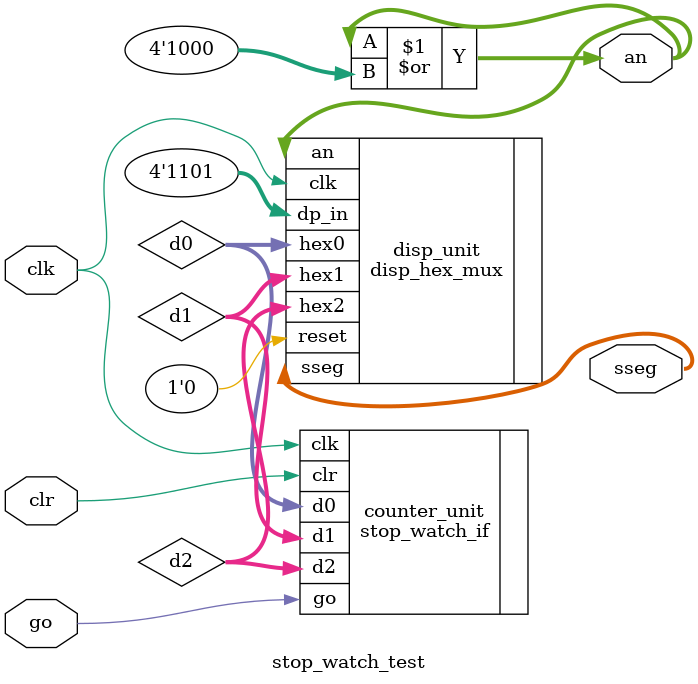
<source format=v>
module stop_watch_test
   (
    input wire clk,
    input wire go, clr,
    output wire [3:0] an,
    output wire [7:0] sseg
   );

   // signal declaration
   wire [3:0]  d2, d1, d0;

   // instantiate 7-seg LED display module
   disp_hex_mux disp_unit
      (.clk(clk), .reset(1'b0),
        .hex2(d2), .hex1(d1), .hex0(d0),
       .dp_in(4'b1101), .an(an), .sseg(sseg));

   // instantiate stopwatch
   stop_watch_if counter_unit
      (.clk(clk), .go(go), .clr(clr),
       .d2(d2), .d1(d1), .d0(d0) );
       
   //disable the unused display by setting it to 1
   assign an = an | 4'b1000;

endmodule

</source>
